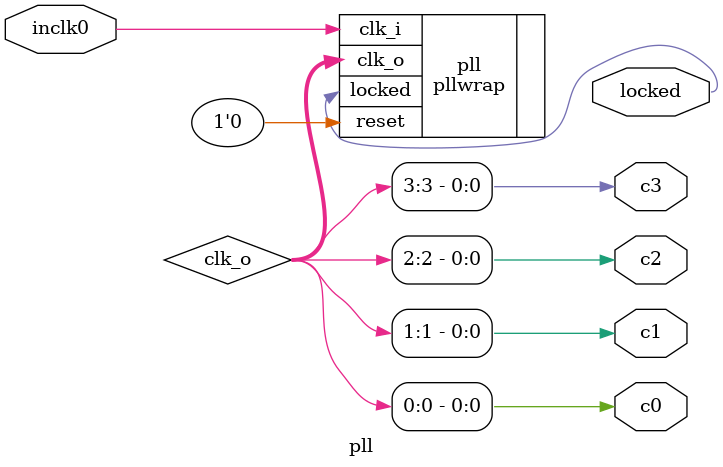
<source format=v>
module pll (
	input inclk0,
	output c0,
	output c1,
	output c2,
	output c3,
	output locked
);

wire [3:0] clk_o;

assign c0=clk_o[0];
assign c1=clk_o[1];
assign c2=clk_o[2];
assign c3=clk_o[3];

pllwrap pll (
	.clk_i(inclk0),
	.clk_o(clk_o),
	.reset(1'b0),
	.locked(locked)
);

endmodule


</source>
